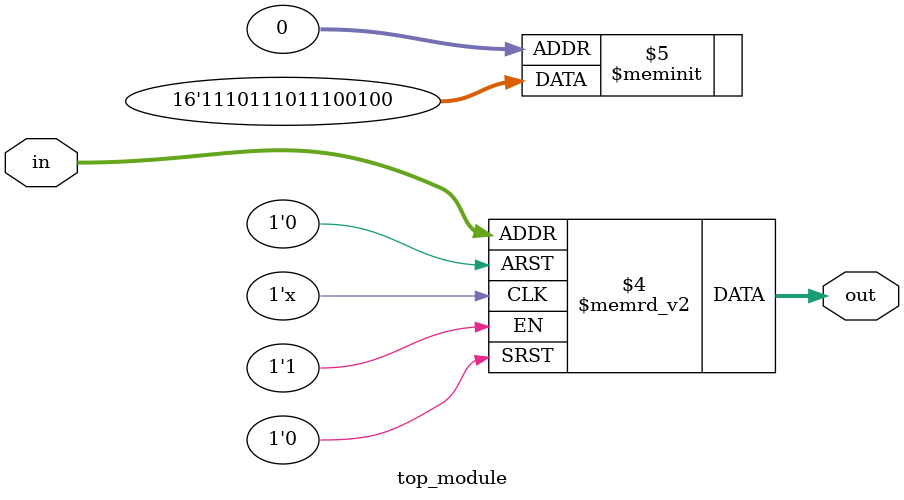
<source format=sv>
module top_module (
    input [2:0] in,
    output reg [1:0] out
);

    // Logic for addition
    always @*
    begin
        case (in)
            3'b000: out = 2'b00;
            3'b001: out = 2'b01;
            3'b010: out = 2'b10;
            3'b011: out = 2'b11;
            3'b100: out = 2'b10;
            3'b101: out = 2'b11;
            3'b110: out = 2'b10;
            3'b111: out = 2'b11;
            default: out = 2'b00;
        endcase
    end
  
endmodule

</source>
